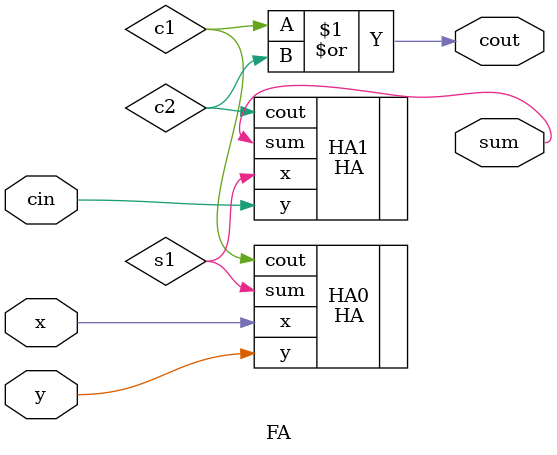
<source format=v>
`timescale 1ns / 1ps



module FA(
    input x,y,cin,
    output cout, sum
    );
    
    wire c1,c2,s1;
    
    HA HA0(
    .x(x),
    .y(y),
    .sum(s1),
    .cout(c1)
    );
    
    HA HA1(
    .x(s1),
    .y(cin),
    .sum(sum),
    .cout(c2)
    );
    
    assign cout = c1 | c2;
    
endmodule

</source>
